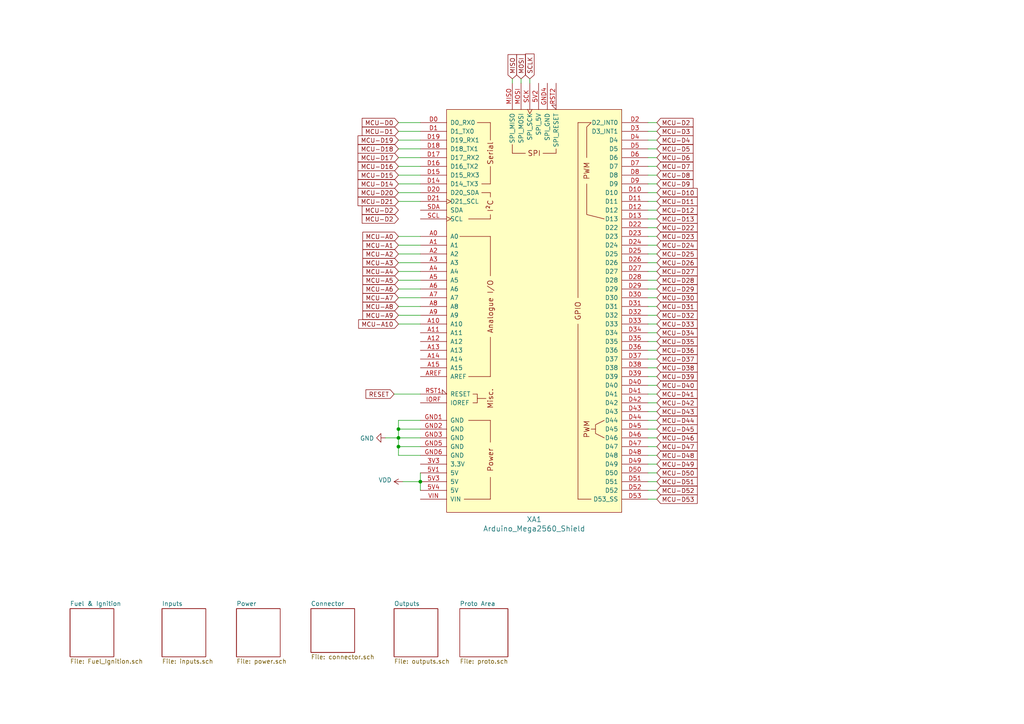
<source format=kicad_sch>
(kicad_sch (version 20211123) (generator eeschema)
  (paper "A4")
  (lib_symbols
    (symbol "power:GND" (power) (pin_names (offset 0))
      (property "Value" "GND" (at 0 -3.81 0))
      (symbol "GND_0_1"
        (polyline (pts (xy 0 0) (xy 0 -1.27) (xy 1.27 -1.27) (xy 0 -2.54) (xy -1.27 -1.27) (xy 0 -1.27)))
      )
      (symbol "GND_1_1"
        (pin power_in line (at 0 0 270) (length 0) hide (name "GND") (number "1"))
      )
    )
    (symbol "power:VDD" (power) (pin_names (offset 0))
      (property "Value" "VDD" (at 0 3.81 0))
      (symbol "VDD_0_1"
        (polyline (pts (xy -0.762 1.27) (xy 0 2.54)))
        (polyline (pts (xy 0 0) (xy 0 2.54)))
        (polyline (pts (xy 0 2.54) (xy 0.762 1.27)))
      )
      (symbol "VDD_1_1"
        (pin power_in line (at 0 0 90) (length 0) hide (name "VDD") (number "1"))
      )
    )
    (symbol "v0.4.3d-rescue:Arduino_Mega2560_Shield-Arduino-v0.4.4c-rescue" (pin_names (offset 1.016))
      (property "Reference" "XA" (at 2.54 0 90))
      (property "Value" "Arduino_Mega2560_Shield-Arduino-v0.4.4c-rescue" (at -2.54 0 90))
      (symbol "Arduino_Mega2560_Shield-Arduino-v0.4.4c-rescue_0_0"
        (rectangle (start -25.4 -58.42) (end 25.4 58.42) (fill (type background)))
        (rectangle (start -20.32 -54.61) (end -12.7 -54.61))
        (rectangle (start -19.05 -31.75) (end -12.7 -31.75))
        (rectangle (start -19.05 -19.05) (end -12.7 -19.05))
        (rectangle (start -19.05 26.67) (end -12.7 26.67))
        (rectangle (start -17.78 -26.67) (end -16.51 -26.67))
        (rectangle (start -17.78 -24.13) (end -16.51 -24.13))
        (rectangle (start -16.51 -25.4) (end -13.97 -25.4))
        (rectangle (start -16.51 -24.13) (end -16.51 -26.67))
        (rectangle (start -16.51 54.61) (end -12.7 54.61))
        (rectangle (start -15.24 34.29) (end -12.7 34.29))
        (rectangle (start -15.24 36.83) (end -12.7 36.83))
        (rectangle (start -12.7 -54.61) (end -12.7 -48.26))
        (rectangle (start -12.7 -31.75) (end -12.7 -38.1))
        (rectangle (start -12.7 26.67) (end -12.7 27.94))
        (rectangle (start -12.7 34.29) (end -12.7 33.02))
        (rectangle (start -12.7 41.91) (end -12.7 36.83))
        (rectangle (start -12.7 49.53) (end -12.7 54.61))
        (rectangle (start -6.35 48.26) (end -6.35 45.72))
        (rectangle (start -2.54 45.72) (end -6.35 45.72))
        (polyline (pts (xy -21.59 21.59) (xy -12.7 21.59)))
        (polyline (pts (xy -12.7 -19.05) (xy -12.7 -7.62)))
        (polyline (pts (xy -12.7 10.16) (xy -12.7 21.59)))
        (polyline (pts (xy 12.7 -54.61) (xy 16.51 -54.61)))
        (polyline (pts (xy 12.7 54.61) (xy 16.51 54.61)))
        (polyline (pts (xy 17.78 -34.29) (xy 16.51 -34.29)))
        (polyline (pts (xy 15.24 36.83) (xy 15.24 27.94) (xy 20.32 26.67)))
        (polyline (pts (xy 15.24 44.45) (xy 15.24 53.34) (xy 16.51 54.61)))
        (polyline (pts (xy 20.32 -31.75) (xy 17.78 -33.02) (xy 17.78 -35.56) (xy 20.32 -36.83)))
        (rectangle (start 6.35 45.72) (end 2.54 45.72))
        (rectangle (start 6.35 46.99) (end 6.35 45.72))
        (text "Analogue I/O" (at -12.7 1.27 900) (effects (font (size 1.524 1.524))))
        (text "I²C" (at -12.7 30.48 900) (effects (font (size 1.524 1.524))))
        (text "Misc." (at -12.7 -25.4 900) (effects (font (size 1.524 1.524))))
        (text "Power" (at -12.7 -43.18 900) (effects (font (size 1.524 1.524))))
        (text "PWM" (at 15.24 -34.29 900) (effects (font (size 1.524 1.524))))
        (text "PWM" (at 15.24 40.64 900) (effects (font (size 1.524 1.524))))
        (text "Serial" (at -12.7 45.72 900) (effects (font (size 1.524 1.524))))
        (text "SPI" (at 0 45.72 0) (effects (font (size 1.524 1.524))))
      )
      (symbol "Arduino_Mega2560_Shield-Arduino-v0.4.4c-rescue_1_0"
        (rectangle (start 12.7 -54.61) (end 12.7 -3.81))
        (rectangle (start 12.7 54.61) (end 12.7 3.81))
        (text "GPIO" (at 12.7 0 900) (effects (font (size 1.524 1.524))))
      )
      (symbol "Arduino_Mega2560_Shield-Arduino-v0.4.4c-rescue_1_1"
        (pin power_in line (at -33.02 -44.45 0) (length 7.62) (name "3.3V") (number "3V3"))
        (pin power_in line (at -33.02 -46.99 0) (length 7.62) (name "5V") (number "5V1"))
        (pin power_in line (at 1.27 66.04 270) (length 7.62) (name "SPI_5V") (number "5V2"))
        (pin power_in line (at -33.02 -49.53 0) (length 7.62) (name "5V") (number "5V3"))
        (pin power_in line (at -33.02 -52.07 0) (length 7.62) (name "5V") (number "5V4"))
        (pin bidirectional line (at -33.02 21.59 0) (length 7.62) (name "A0") (number "A0"))
        (pin bidirectional line (at -33.02 19.05 0) (length 7.62) (name "A1") (number "A1"))
        (pin bidirectional line (at -33.02 -3.81 0) (length 7.62) (name "A10") (number "A10"))
        (pin bidirectional line (at -33.02 -6.35 0) (length 7.62) (name "A11") (number "A11"))
        (pin bidirectional line (at -33.02 -8.89 0) (length 7.62) (name "A12") (number "A12"))
        (pin bidirectional line (at -33.02 -11.43 0) (length 7.62) (name "A13") (number "A13"))
        (pin bidirectional line (at -33.02 -13.97 0) (length 7.62) (name "A14") (number "A14"))
        (pin bidirectional line (at -33.02 -16.51 0) (length 7.62) (name "A15") (number "A15"))
        (pin bidirectional line (at -33.02 16.51 0) (length 7.62) (name "A2") (number "A2"))
        (pin bidirectional line (at -33.02 13.97 0) (length 7.62) (name "A3") (number "A3"))
        (pin bidirectional line (at -33.02 11.43 0) (length 7.62) (name "A4") (number "A4"))
        (pin bidirectional line (at -33.02 8.89 0) (length 7.62) (name "A5") (number "A5"))
        (pin bidirectional line (at -33.02 6.35 0) (length 7.62) (name "A6") (number "A6"))
        (pin bidirectional line (at -33.02 3.81 0) (length 7.62) (name "A7") (number "A7"))
        (pin bidirectional line (at -33.02 1.27 0) (length 7.62) (name "A8") (number "A8"))
        (pin bidirectional line (at -33.02 -1.27 0) (length 7.62) (name "A9") (number "A9"))
        (pin input line (at -33.02 -19.05 0) (length 7.62) (name "AREF") (number "AREF"))
        (pin bidirectional line (at -33.02 54.61 0) (length 7.62) (name "D0_RX0") (number "D0"))
        (pin bidirectional line (at -33.02 52.07 0) (length 7.62) (name "D1_TX0") (number "D1"))
        (pin bidirectional line (at 33.02 34.29 180) (length 7.62) (name "D10") (number "D10"))
        (pin bidirectional line (at 33.02 31.75 180) (length 7.62) (name "D11") (number "D11"))
        (pin bidirectional line (at 33.02 29.21 180) (length 7.62) (name "D12") (number "D12"))
        (pin bidirectional line (at 33.02 26.67 180) (length 7.62) (name "D13") (number "D13"))
        (pin bidirectional line (at -33.02 36.83 0) (length 7.62) (name "D14_TX3") (number "D14"))
        (pin bidirectional line (at -33.02 39.37 0) (length 7.62) (name "D15_RX3") (number "D15"))
        (pin bidirectional line (at -33.02 41.91 0) (length 7.62) (name "D16_TX2") (number "D16"))
        (pin bidirectional line (at -33.02 44.45 0) (length 7.62) (name "D17_RX2") (number "D17"))
        (pin bidirectional line (at -33.02 46.99 0) (length 7.62) (name "D18_TX1") (number "D18"))
        (pin bidirectional line (at -33.02 49.53 0) (length 7.62) (name "D19_RX1") (number "D19"))
        (pin bidirectional line (at 33.02 54.61 180) (length 7.62) (name "D2_INT0") (number "D2"))
        (pin bidirectional line (at -33.02 34.29 0) (length 7.62) (name "D20_SDA") (number "D20"))
        (pin bidirectional clock (at -33.02 31.75 0) (length 7.62) (name "D21_SCL") (number "D21"))
        (pin bidirectional line (at 33.02 24.13 180) (length 7.62) (name "D22") (number "D22"))
        (pin bidirectional line (at 33.02 21.59 180) (length 7.62) (name "D23") (number "D23"))
        (pin bidirectional line (at 33.02 19.05 180) (length 7.62) (name "D24") (number "D24"))
        (pin bidirectional line (at 33.02 16.51 180) (length 7.62) (name "D25") (number "D25"))
        (pin bidirectional line (at 33.02 13.97 180) (length 7.62) (name "D26") (number "D26"))
        (pin bidirectional line (at 33.02 11.43 180) (length 7.62) (name "D27") (number "D27"))
        (pin bidirectional line (at 33.02 8.89 180) (length 7.62) (name "D28") (number "D28"))
        (pin bidirectional line (at 33.02 6.35 180) (length 7.62) (name "D29") (number "D29"))
        (pin bidirectional line (at 33.02 52.07 180) (length 7.62) (name "D3_INT1") (number "D3"))
        (pin bidirectional line (at 33.02 3.81 180) (length 7.62) (name "D30") (number "D30"))
        (pin bidirectional line (at 33.02 1.27 180) (length 7.62) (name "D31") (number "D31"))
        (pin bidirectional line (at 33.02 -1.27 180) (length 7.62) (name "D32") (number "D32"))
        (pin bidirectional line (at 33.02 -3.81 180) (length 7.62) (name "D33") (number "D33"))
        (pin bidirectional line (at 33.02 -6.35 180) (length 7.62) (name "D34") (number "D34"))
        (pin bidirectional line (at 33.02 -8.89 180) (length 7.62) (name "D35") (number "D35"))
        (pin bidirectional line (at 33.02 -11.43 180) (length 7.62) (name "D36") (number "D36"))
        (pin bidirectional line (at 33.02 -13.97 180) (length 7.62) (name "D37") (number "D37"))
        (pin bidirectional line (at 33.02 -16.51 180) (length 7.62) (name "D38") (number "D38"))
        (pin bidirectional line (at 33.02 -19.05 180) (length 7.62) (name "D39") (number "D39"))
        (pin bidirectional line (at 33.02 49.53 180) (length 7.62) (name "D4") (number "D4"))
        (pin bidirectional line (at 33.02 -21.59 180) (length 7.62) (name "D40") (number "D40"))
        (pin bidirectional line (at 33.02 -24.13 180) (length 7.62) (name "D41") (number "D41"))
        (pin bidirectional line (at 33.02 -26.67 180) (length 7.62) (name "D42") (number "D42"))
        (pin bidirectional line (at 33.02 -29.21 180) (length 7.62) (name "D43") (number "D43"))
        (pin bidirectional line (at 33.02 -31.75 180) (length 7.62) (name "D44") (number "D44"))
        (pin bidirectional line (at 33.02 -34.29 180) (length 7.62) (name "D45") (number "D45"))
        (pin bidirectional line (at 33.02 -36.83 180) (length 7.62) (name "D46") (number "D46"))
        (pin bidirectional line (at 33.02 -39.37 180) (length 7.62) (name "D47") (number "D47"))
        (pin bidirectional line (at 33.02 -41.91 180) (length 7.62) (name "D48") (number "D48"))
        (pin bidirectional line (at 33.02 -44.45 180) (length 7.62) (name "D49") (number "D49"))
        (pin bidirectional line (at 33.02 46.99 180) (length 7.62) (name "D5") (number "D5"))
        (pin bidirectional line (at 33.02 -46.99 180) (length 7.62) (name "D50") (number "D50"))
        (pin bidirectional line (at 33.02 -49.53 180) (length 7.62) (name "D51") (number "D51"))
        (pin bidirectional line (at 33.02 -52.07 180) (length 7.62) (name "D52") (number "D52"))
        (pin bidirectional line (at 33.02 -54.61 180) (length 7.62) (name "D53_SS") (number "D53"))
        (pin bidirectional line (at 33.02 44.45 180) (length 7.62) (name "D6") (number "D6"))
        (pin bidirectional line (at 33.02 41.91 180) (length 7.62) (name "D7") (number "D7"))
        (pin bidirectional line (at 33.02 39.37 180) (length 7.62) (name "D8") (number "D8"))
        (pin bidirectional line (at 33.02 36.83 180) (length 7.62) (name "D9") (number "D9"))
        (pin power_in line (at -33.02 -31.75 0) (length 7.62) (name "GND") (number "GND1"))
        (pin power_in line (at -33.02 -34.29 0) (length 7.62) (name "GND") (number "GND2"))
        (pin power_in line (at -33.02 -36.83 0) (length 7.62) (name "GND") (number "GND3"))
        (pin power_in line (at 3.81 66.04 270) (length 7.62) (name "SPI_GND") (number "GND4"))
        (pin power_in line (at -33.02 -39.37 0) (length 7.62) (name "GND") (number "GND5"))
        (pin power_in line (at -33.02 -41.91 0) (length 7.62) (name "GND") (number "GND6"))
        (pin output line (at -33.02 -26.67 0) (length 7.62) (name "IOREF") (number "IORF"))
        (pin input line (at -6.35 66.04 270) (length 7.62) (name "SPI_MISO") (number "MISO"))
        (pin output line (at -3.81 66.04 270) (length 7.62) (name "SPI_MOSI") (number "MOSI"))
        (pin open_collector input_low (at -33.02 -24.13 0) (length 7.62) (name "RESET") (number "RST1"))
        (pin open_collector input_low (at 6.35 66.04 270) (length 7.62) (name "SPI_RESET") (number "RST2"))
        (pin output clock (at -1.27 66.04 270) (length 7.62) (name "SPI_SCK") (number "SCK"))
        (pin bidirectional clock (at -33.02 26.67 0) (length 7.62) (name "SCL") (number "SCL"))
        (pin bidirectional line (at -33.02 29.21 0) (length 7.62) (name "SDA") (number "SDA"))
        (pin power_in line (at -33.02 -54.61 0) (length 7.62) (name "VIN") (number "VIN"))
      )
    )
  )
  (junction (at 115.57 129.54))
  (junction (at 121.92 139.7))
  (junction (at 115.57 127))
  (junction (at 115.57 124.46))
  (wire (pts (xy 187.96 129.54) (xy 190.5 129.54)))
  (wire (pts (xy 187.96 60.96) (xy 190.5 60.96)))
  (wire (pts (xy 190.5 96.52) (xy 187.96 96.52)))
  (wire (pts (xy 187.96 73.66) (xy 190.5 73.66)))
  (wire (pts (xy 190.5 86.36) (xy 187.96 86.36)))
  (wire (pts (xy 187.96 104.14) (xy 190.5 104.14)))
  (wire (pts (xy 190.5 63.5) (xy 187.96 63.5)))
  (wire (pts (xy 187.96 55.88) (xy 190.5 55.88)))
  (wire (pts (xy 121.92 142.24) (xy 121.92 139.7)))
  (wire (pts (xy 115.57 132.08) (xy 115.57 129.54)))
  (wire (pts (xy 187.96 45.72) (xy 190.5 45.72)))
  (wire (pts (xy 121.92 124.46) (xy 115.57 124.46)))
  (wire (pts (xy 190.5 48.26) (xy 187.96 48.26)))
  (wire (pts (xy 116.84 139.7) (xy 121.92 139.7)))
  (wire (pts (xy 121.92 38.1) (xy 115.57 38.1)))
  (wire (pts (xy 187.96 50.8) (xy 190.5 50.8)))
  (wire (pts (xy 190.5 142.24) (xy 187.96 142.24)))
  (wire (pts (xy 187.96 93.98) (xy 190.5 93.98)))
  (wire (pts (xy 115.57 129.54) (xy 115.57 127)))
  (wire (pts (xy 190.5 116.84) (xy 187.96 116.84)))
  (wire (pts (xy 190.5 101.6) (xy 187.96 101.6)))
  (wire (pts (xy 190.5 91.44) (xy 187.96 91.44)))
  (wire (pts (xy 187.96 99.06) (xy 190.5 99.06)))
  (wire (pts (xy 121.92 48.26) (xy 115.57 48.26)))
  (wire (pts (xy 121.92 43.18) (xy 115.57 43.18)))
  (wire (pts (xy 115.57 55.88) (xy 121.92 55.88)))
  (wire (pts (xy 190.5 58.42) (xy 187.96 58.42)))
  (wire (pts (xy 187.96 134.62) (xy 190.5 134.62)))
  (wire (pts (xy 121.92 93.98) (xy 115.57 93.98)))
  (wire (pts (xy 121.92 78.74) (xy 115.57 78.74)))
  (wire (pts (xy 187.96 119.38) (xy 190.5 119.38)))
  (wire (pts (xy 153.67 22.86) (xy 153.67 24.13)))
  (wire (pts (xy 187.96 40.64) (xy 190.5 40.64)))
  (wire (pts (xy 148.59 22.86) (xy 148.59 24.13)))
  (wire (pts (xy 114.3 114.3) (xy 121.92 114.3)))
  (wire (pts (xy 121.92 53.34) (xy 115.57 53.34)))
  (wire (pts (xy 190.5 81.28) (xy 187.96 81.28)))
  (wire (pts (xy 187.96 83.82) (xy 190.5 83.82)))
  (wire (pts (xy 190.5 127) (xy 187.96 127)))
  (wire (pts (xy 115.57 35.56) (xy 121.92 35.56)))
  (wire (pts (xy 187.96 88.9) (xy 190.5 88.9)))
  (wire (pts (xy 187.96 78.74) (xy 190.5 78.74)))
  (wire (pts (xy 115.57 68.58) (xy 121.92 68.58)))
  (wire (pts (xy 115.57 124.46) (xy 115.57 127)))
  (wire (pts (xy 187.96 139.7) (xy 190.5 139.7)))
  (wire (pts (xy 121.92 58.42) (xy 115.57 58.42)))
  (wire (pts (xy 121.92 88.9) (xy 115.57 88.9)))
  (wire (pts (xy 190.5 137.16) (xy 187.96 137.16)))
  (wire (pts (xy 187.96 144.78) (xy 190.5 144.78)))
  (wire (pts (xy 190.5 43.18) (xy 187.96 43.18)))
  (wire (pts (xy 190.5 132.08) (xy 187.96 132.08)))
  (wire (pts (xy 115.57 81.28) (xy 121.92 81.28)))
  (wire (pts (xy 115.57 127) (xy 111.76 127)))
  (wire (pts (xy 151.13 22.86) (xy 151.13 24.13)))
  (wire (pts (xy 115.57 40.64) (xy 121.92 40.64)))
  (wire (pts (xy 121.92 137.16) (xy 121.92 139.7)))
  (wire (pts (xy 187.96 124.46) (xy 190.5 124.46)))
  (wire (pts (xy 115.57 50.8) (xy 121.92 50.8)))
  (wire (pts (xy 121.92 121.92) (xy 115.57 121.92)))
  (wire (pts (xy 187.96 114.3) (xy 190.5 114.3)))
  (wire (pts (xy 190.5 76.2) (xy 187.96 76.2)))
  (wire (pts (xy 121.92 132.08) (xy 115.57 132.08)))
  (wire (pts (xy 121.92 83.82) (xy 115.57 83.82)))
  (wire (pts (xy 115.57 71.12) (xy 121.92 71.12)))
  (wire (pts (xy 190.5 53.34) (xy 187.96 53.34)))
  (wire (pts (xy 115.57 45.72) (xy 121.92 45.72)))
  (wire (pts (xy 187.96 68.58) (xy 190.5 68.58)))
  (wire (pts (xy 121.92 127) (xy 115.57 127)))
  (wire (pts (xy 190.5 71.12) (xy 187.96 71.12)))
  (wire (pts (xy 190.5 38.1) (xy 187.96 38.1)))
  (wire (pts (xy 187.96 35.56) (xy 190.5 35.56)))
  (wire (pts (xy 190.5 106.68) (xy 187.96 106.68)))
  (wire (pts (xy 115.57 76.2) (xy 121.92 76.2)))
  (wire (pts (xy 190.5 111.76) (xy 187.96 111.76)))
  (wire (pts (xy 190.5 121.92) (xy 187.96 121.92)))
  (wire (pts (xy 187.96 109.22) (xy 190.5 109.22)))
  (wire (pts (xy 115.57 86.36) (xy 121.92 86.36)))
  (wire (pts (xy 190.5 66.04) (xy 187.96 66.04)))
  (wire (pts (xy 121.92 129.54) (xy 115.57 129.54)))
  (wire (pts (xy 115.57 91.44) (xy 121.92 91.44)))
  (wire (pts (xy 115.57 121.92) (xy 115.57 124.46)))
  (wire (pts (xy 121.92 73.66) (xy 115.57 73.66)))
  (global_label "MCU-D7" (shape input) (at 190.5 48.26 0) (property "Intersheet References" "${INTERSHEET_REFS}" (effects hide)))
  (global_label "MCU-D49" (shape input) (at 190.5 134.62 0) (property "Intersheet References" "${INTERSHEET_REFS}" (effects hide)))
  (global_label "SCLK" (shape input) (at 153.67 22.86 90) (property "Intersheet References" "${INTERSHEET_REFS}" (effects hide)))
  (global_label "MCU-D20" (shape input) (at 115.57 55.88 180) (property "Intersheet References" "${INTERSHEET_REFS}" (effects hide)))
  (global_label "MCU-D34" (shape input) (at 190.5 96.52 0) (property "Intersheet References" "${INTERSHEET_REFS}" (effects hide)))
  (global_label "MCU-A2" (shape input) (at 115.57 73.66 180) (property "Intersheet References" "${INTERSHEET_REFS}" (effects hide)))
  (global_label "MCU-D8" (shape input) (at 190.5 50.8 0) (property "Intersheet References" "${INTERSHEET_REFS}" (effects hide)))
  (global_label "MCU-D22" (shape input) (at 190.5 66.04 0) (property "Intersheet References" "${INTERSHEET_REFS}" (effects hide)))
  (global_label "MCU-D39" (shape input) (at 190.5 109.22 0) (property "Intersheet References" "${INTERSHEET_REFS}" (effects hide)))
  (global_label "MCU-A9" (shape input) (at 115.57 91.44 180) (property "Intersheet References" "${INTERSHEET_REFS}" (effects hide)))
  (global_label "MISO" (shape input) (at 148.59 22.86 90) (property "Intersheet References" "${INTERSHEET_REFS}" (effects hide)))
  (global_label "MCU-D27" (shape input) (at 190.5 78.74 0) (property "Intersheet References" "${INTERSHEET_REFS}" (effects hide)))
  (global_label "MCU-D0" (shape input) (at 115.57 35.56 180) (property "Intersheet References" "${INTERSHEET_REFS}" (effects hide)))
  (global_label "MCU-D24" (shape input) (at 190.5 71.12 0) (property "Intersheet References" "${INTERSHEET_REFS}" (effects hide)))
  (global_label "MCU-A5" (shape input) (at 115.57 81.28 180) (property "Intersheet References" "${INTERSHEET_REFS}" (effects hide)))
  (global_label "MCU-A7" (shape input) (at 115.57 86.36 180) (property "Intersheet References" "${INTERSHEET_REFS}" (effects hide)))
  (global_label "MCU-D13" (shape input) (at 190.5 63.5 0) (property "Intersheet References" "${INTERSHEET_REFS}" (effects hide)))
  (global_label "MCU-D19" (shape input) (at 115.57 40.64 180) (property "Intersheet References" "${INTERSHEET_REFS}" (effects hide)))
  (global_label "MCU-A0" (shape input) (at 115.57 68.58 180) (property "Intersheet References" "${INTERSHEET_REFS}" (effects hide)))
  (global_label "MCU-D16" (shape input) (at 115.57 48.26 180) (property "Intersheet References" "${INTERSHEET_REFS}" (effects hide)))
  (global_label "MCU-D11" (shape input) (at 190.5 58.42 0) (property "Intersheet References" "${INTERSHEET_REFS}" (effects hide)))
  (global_label "MCU-D17" (shape input) (at 115.57 45.72 180) (property "Intersheet References" "${INTERSHEET_REFS}" (effects hide)))
  (global_label "MCU-D38" (shape input) (at 190.5 106.68 0) (property "Intersheet References" "${INTERSHEET_REFS}" (effects hide)))
  (global_label "MCU-A1" (shape input) (at 115.57 71.12 180) (property "Intersheet References" "${INTERSHEET_REFS}" (effects hide)))
  (global_label "MCU-D2" (shape input) (at 190.5 35.56 0) (property "Intersheet References" "${INTERSHEET_REFS}" (effects hide)))
  (global_label "MCU-D15" (shape input) (at 115.57 50.8 180) (property "Intersheet References" "${INTERSHEET_REFS}" (effects hide)))
  (global_label "MCU-D4" (shape input) (at 190.5 40.64 0) (property "Intersheet References" "${INTERSHEET_REFS}" (effects hide)))
  (global_label "MCU-D18" (shape input) (at 115.57 43.18 180) (property "Intersheet References" "${INTERSHEET_REFS}" (effects hide)))
  (global_label "MCU-D23" (shape input) (at 190.5 68.58 0) (property "Intersheet References" "${INTERSHEET_REFS}" (effects hide)))
  (global_label "MCU-D12" (shape input) (at 190.5 60.96 0) (property "Intersheet References" "${INTERSHEET_REFS}" (effects hide)))
  (global_label "MCU-D28" (shape input) (at 190.5 81.28 0) (property "Intersheet References" "${INTERSHEET_REFS}" (effects hide)))
  (global_label "MCU-A3" (shape input) (at 115.57 76.2 180) (property "Intersheet References" "${INTERSHEET_REFS}" (effects hide)))
  (global_label "MCU-D10" (shape input) (at 190.5 55.88 0) (property "Intersheet References" "${INTERSHEET_REFS}" (effects hide)))
  (global_label "MCU-D31" (shape input) (at 190.5 88.9 0) (property "Intersheet References" "${INTERSHEET_REFS}" (effects hide)))
  (global_label "MCU-D9" (shape input) (at 190.5 53.34 0) (property "Intersheet References" "${INTERSHEET_REFS}" (effects hide)))
  (global_label "MCU-D41" (shape input) (at 190.5 114.3 0) (property "Intersheet References" "${INTERSHEET_REFS}" (effects hide)))
  (global_label "MCU-D29" (shape input) (at 190.5 83.82 0) (property "Intersheet References" "${INTERSHEET_REFS}" (effects hide)))
  (global_label "MCU-D26" (shape input) (at 190.5 76.2 0) (property "Intersheet References" "${INTERSHEET_REFS}" (effects hide)))
  (global_label "MCU-D21" (shape input) (at 115.57 58.42 180) (property "Intersheet References" "${INTERSHEET_REFS}" (effects hide)))
  (global_label "MCU-D51" (shape input) (at 190.5 139.7 0) (property "Intersheet References" "${INTERSHEET_REFS}" (effects hide)))
  (global_label "MCU-D36" (shape input) (at 190.5 101.6 0) (property "Intersheet References" "${INTERSHEET_REFS}" (effects hide)))
  (global_label "MCU-D53" (shape input) (at 190.5 144.78 0) (property "Intersheet References" "${INTERSHEET_REFS}" (effects hide)))
  (global_label "MCU-D40" (shape input) (at 190.5 111.76 0) (property "Intersheet References" "${INTERSHEET_REFS}" (effects hide)))
  (global_label "MCU-D2" (shape input) (at 115.57 60.96 180) (property "Intersheet References" "${INTERSHEET_REFS}" (effects hide)))
  (global_label "MCU-A8" (shape input) (at 115.57 88.9 180) (property "Intersheet References" "${INTERSHEET_REFS}" (effects hide)))
  (global_label "MCU-A4" (shape input) (at 115.57 78.74 180) (property "Intersheet References" "${INTERSHEET_REFS}" (effects hide)))
  (global_label "MCU-D50" (shape input) (at 190.5 137.16 0) (property "Intersheet References" "${INTERSHEET_REFS}" (effects hide)))
  (global_label "MCU-D45" (shape input) (at 190.5 124.46 0) (property "Intersheet References" "${INTERSHEET_REFS}" (effects hide)))
  (global_label "MCU-D32" (shape input) (at 190.5 91.44 0) (property "Intersheet References" "${INTERSHEET_REFS}" (effects hide)))
  (global_label "MCU-D3" (shape input) (at 190.5 38.1 0) (property "Intersheet References" "${INTERSHEET_REFS}" (effects hide)))
  (global_label "MCU-D6" (shape input) (at 190.5 45.72 0) (property "Intersheet References" "${INTERSHEET_REFS}" (effects hide)))
  (global_label "MCU-D46" (shape input) (at 190.5 127 0) (property "Intersheet References" "${INTERSHEET_REFS}" (effects hide)))
  (global_label "MCU-D52" (shape input) (at 190.5 142.24 0) (property "Intersheet References" "${INTERSHEET_REFS}" (effects hide)))
  (global_label "MCU-D33" (shape input) (at 190.5 93.98 0) (property "Intersheet References" "${INTERSHEET_REFS}" (effects hide)))
  (global_label "MCU-D30" (shape input) (at 190.5 86.36 0) (property "Intersheet References" "${INTERSHEET_REFS}" (effects hide)))
  (global_label "MCU-D37" (shape input) (at 190.5 104.14 0) (property "Intersheet References" "${INTERSHEET_REFS}" (effects hide)))
  (global_label "MCU-D25" (shape input) (at 190.5 73.66 0) (property "Intersheet References" "${INTERSHEET_REFS}" (effects hide)))
  (global_label "MCU-D14" (shape input) (at 115.57 53.34 180) (property "Intersheet References" "${INTERSHEET_REFS}" (effects hide)))
  (global_label "MCU-D2" (shape input) (at 115.57 63.5 180) (property "Intersheet References" "${INTERSHEET_REFS}" (effects hide)))
  (global_label "MCU-A10" (shape input) (at 115.57 93.98 180) (property "Intersheet References" "${INTERSHEET_REFS}" (effects hide)))
  (global_label "MCU-D42" (shape input) (at 190.5 116.84 0) (property "Intersheet References" "${INTERSHEET_REFS}" (effects hide)))
  (global_label "MCU-D44" (shape input) (at 190.5 121.92 0) (property "Intersheet References" "${INTERSHEET_REFS}" (effects hide)))
  (global_label "MCU-D43" (shape input) (at 190.5 119.38 0) (property "Intersheet References" "${INTERSHEET_REFS}" (effects hide)))
  (global_label "MCU-D47" (shape input) (at 190.5 129.54 0) (property "Intersheet References" "${INTERSHEET_REFS}" (effects hide)))
  (global_label "MCU-D1" (shape input) (at 115.57 38.1 180) (property "Intersheet References" "${INTERSHEET_REFS}" (effects hide)))
  (global_label "MCU-D35" (shape input) (at 190.5 99.06 0) (property "Intersheet References" "${INTERSHEET_REFS}" (effects hide)))
  (global_label "MCU-D5" (shape input) (at 190.5 43.18 0) (property "Intersheet References" "${INTERSHEET_REFS}" (effects hide)))
  (global_label "MOSI" (shape input) (at 151.13 22.86 90) (property "Intersheet References" "${INTERSHEET_REFS}" (effects hide)))
  (global_label "RESET" (shape input) (at 114.3 114.3 180) (property "Intersheet References" "${INTERSHEET_REFS}" (effects hide)))
  (global_label "MCU-A6" (shape input) (at 115.57 83.82 180) (property "Intersheet References" "${INTERSHEET_REFS}" (effects hide)))
  (global_label "MCU-D48" (shape input) (at 190.5 132.08 0) (property "Intersheet References" "${INTERSHEET_REFS}" (effects hide)))
  (symbol (lib_id "power:VDD") (at 116.84 139.7 90) (unit 1)
    (property "Reference" "#PWR02" (effects hide))
    (property "Value" "VDD" (at 113.6142 139.2428 90) (effects (justify left)))
  )
  (symbol (lib_id "power:GND") (at 111.76 127 270) (unit 1)
    (property "Reference" "#PWR01" (effects hide))
    (property "Value" "GND" (at 108.5088 127.127 90) (effects (justify right)))
  )
  (symbol (lib_id "v0.4.3d-rescue:Arduino_Mega2560_Shield-Arduino-v0.4.4c-rescue") (at 154.94 90.17 0) (unit 1)
    (property "Reference" "XA1" (at 154.94 150.6474 0) (effects (font (size 1.524 1.524))))
    (property "Value" "Arduino_Mega2560_Shield" (at 154.94 153.3398 0) (effects (font (size 1.524 1.524))))
    (property "Footprint" "J-Eagan:Arduino_Mega2560_Shield" (effects hide))
  )
  (sheet (at 133.35 176.53) (size 13.97 13.97)
    (property "Sheet name" "Proto Area" (at 133.35 175.8184 0) (effects (justify left bottom)))
    (property "Sheet file" "proto.sch" (at 133.35 191.0846 0) (effects (justify left top)))
  )
  (sheet (at 68.58 176.53) (size 12.7 13.97)
    (property "Sheet name" "Power" (at 68.58 175.8184 0) (effects (justify left bottom)))
    (property "Sheet file" "power.sch" (at 68.58 191.0846 0) (effects (justify left top)))
  )
  (sheet (at 90.17 176.53) (size 12.7 12.7)
    (property "Sheet name" "Connector" (at 90.17 175.8184 0) (effects (justify left bottom)))
    (property "Sheet file" "connector.sch" (at 90.17 189.8146 0) (effects (justify left top)))
  )
  (sheet (at 20.32 176.53) (size 12.7 13.97)
    (property "Sheet name" "Fuel & Ignition" (at 20.32 175.8184 0) (effects (justify left bottom)))
    (property "Sheet file" "Fuel_Ignition.sch" (at 20.32 191.0846 0) (effects (justify left top)))
  )
  (sheet (at 114.3 176.53) (size 12.7 13.97)
    (property "Sheet name" "Outputs" (at 114.3 175.8184 0) (effects (justify left bottom)))
    (property "Sheet file" "outputs.sch" (at 114.3 191.0846 0) (effects (justify left top)))
  )
  (sheet (at 46.99 176.53) (size 12.7 13.97)
    (property "Sheet name" "Inputs" (at 46.99 175.8184 0) (effects (justify left bottom)))
    (property "Sheet file" "inputs.sch" (at 46.99 191.0846 0) (effects (justify left top)))
  )
)
</source>
